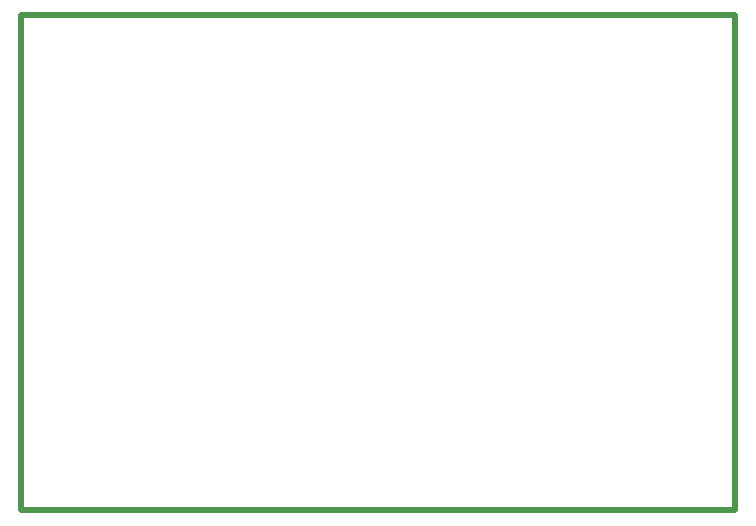
<source format=gko>
G04 Layer_Color=16711935*
%FSLAX24Y24*%
%MOIN*%
G70*
G01*
G75*
%ADD38C,0.0200*%
D38*
X0Y0D02*
Y16500D01*
X23800D01*
Y0D02*
Y16500D01*
X0Y0D02*
X23800D01*
M02*

</source>
